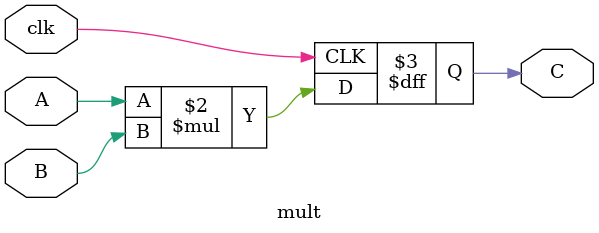
<source format=sv>
module mult (
input wire clk,
input wire A,
input wire B,
output wire C
);

always @ (posedge clk )
begin
C  <= A * B;
end
endmodule
</source>
